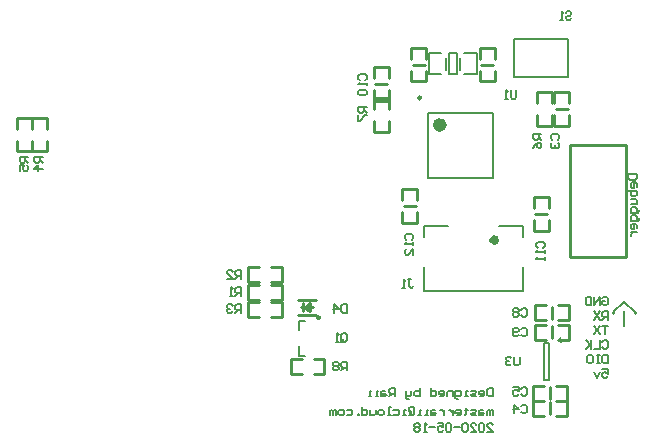
<source format=gbo>
G04*
G04 #@! TF.GenerationSoftware,Altium Limited,Altium Designer,18.1.9 (240)*
G04*
G04 Layer_Color=32896*
%FSLAX25Y25*%
%MOIN*%
G70*
G01*
G75*
%ADD10C,0.00984*%
%ADD11C,0.01000*%
%ADD12C,0.00787*%
%ADD13C,0.00600*%
%ADD14C,0.00591*%
%ADD73C,0.02362*%
%ADD74C,0.01968*%
%ADD75C,0.00500*%
D10*
X459744Y271457D02*
G03*
X459744Y271457I-492J0D01*
G01*
X426032Y198248D02*
G03*
X426032Y198248I-492J0D01*
G01*
X506760Y190687D02*
G03*
X506760Y190687I-492J0D01*
G01*
D11*
X531000Y199800D02*
Y199902D01*
X523800Y199800D02*
Y199902D01*
X528000Y223160D02*
Y250719D01*
X509400Y223160D02*
Y250719D01*
Y218239D02*
X528000D01*
X509400Y255640D02*
X528000D01*
X509400Y250719D02*
Y255640D01*
X528000Y250719D02*
Y255640D01*
Y218239D02*
Y223160D01*
X509400Y218239D02*
Y223160D01*
X497300Y234800D02*
Y238400D01*
X502300D01*
Y234800D02*
Y238400D01*
Y227200D02*
Y230800D01*
X497300Y227200D02*
X502300D01*
X497300D02*
Y230800D01*
X497800Y232800D02*
X501800D01*
X453500Y237450D02*
Y241050D01*
X458500D01*
Y237450D02*
Y241050D01*
Y229850D02*
Y233450D01*
X453500Y229850D02*
X458500D01*
X453500D02*
Y233450D01*
X454000Y235450D02*
X458000D01*
X443900Y278065D02*
Y281665D01*
X448900D01*
Y278065D02*
Y281665D01*
Y270465D02*
Y274065D01*
X443900Y270465D02*
X448900D01*
X443900D02*
Y274065D01*
X444400Y276065D02*
X448400D01*
X416338Y179300D02*
X419938D01*
X416338D02*
Y184300D01*
X419938D01*
X423938D02*
X427538D01*
X423938Y179300D02*
X427538D01*
Y184300D01*
X419832Y201600D02*
X423769D01*
X419832D02*
X420520D01*
Y203076D01*
Y200419D02*
Y203076D01*
Y200419D02*
Y201600D01*
X422686Y200321D01*
Y202978D01*
X421013Y201600D02*
X422686Y202978D01*
X418847Y204061D02*
X424753D01*
X418847Y199139D02*
X424753D01*
X497217Y165528D02*
X500816D01*
X497217D02*
Y170528D01*
X500816D01*
X504816D02*
X508417D01*
Y165528D02*
Y170528D01*
X504816Y165528D02*
X508417D01*
X502816Y166028D02*
Y170028D01*
X497217Y170500D02*
X500816D01*
X497217D02*
Y175500D01*
X500816D01*
X504816D02*
X508417D01*
Y170500D02*
Y175500D01*
X504816Y170500D02*
X508417D01*
X502816Y171000D02*
Y175000D01*
X497784Y190728D02*
X501383D01*
X497784D02*
Y195728D01*
X501383D01*
X505383D02*
X508984D01*
Y190728D02*
Y195728D01*
X505383Y190728D02*
X508984D01*
X503383Y191228D02*
Y195228D01*
X497784Y197300D02*
X501383D01*
X497784D02*
Y202300D01*
X501383D01*
X505383D02*
X508984D01*
Y197300D02*
Y202300D01*
X505383Y197300D02*
X508984D01*
X503383Y197800D02*
Y201800D01*
X498226Y262026D02*
X503226D01*
X498226D02*
Y265626D01*
X503226Y262026D02*
Y265626D01*
Y269626D02*
Y273226D01*
X498226D02*
X503226D01*
X498226Y269626D02*
Y273226D01*
X457000Y282523D02*
X461000D01*
X461500Y284523D02*
Y288123D01*
X456500D02*
X461500D01*
X456500Y284523D02*
Y288123D01*
Y276923D02*
Y280523D01*
Y276923D02*
X461500D01*
Y280523D01*
X413367Y198500D02*
Y203500D01*
X409767Y198500D02*
X413367D01*
X409767Y203500D02*
X413367D01*
X402167D02*
X405767D01*
X402167Y198500D02*
Y203500D01*
Y198500D02*
X405767D01*
X413367Y209900D02*
Y214900D01*
X409767Y209900D02*
X413367D01*
X409767Y214900D02*
X413367D01*
X402167D02*
X405767D01*
X402167Y209900D02*
Y214900D01*
Y209900D02*
X405767D01*
X413367Y204200D02*
Y209200D01*
X409767Y204200D02*
X413367D01*
X409767Y209200D02*
X413367D01*
X402167D02*
X405767D01*
X402167Y204200D02*
Y209200D01*
Y204200D02*
X405767D01*
X325100Y253600D02*
X330100D01*
X325100D02*
Y257200D01*
X330100Y253600D02*
Y257200D01*
Y261200D02*
Y264800D01*
X325100D02*
X330100D01*
X325100Y261200D02*
Y264800D01*
X443900Y271400D02*
X448900D01*
Y267800D02*
Y271400D01*
X443900Y267800D02*
Y271400D01*
Y260200D02*
Y263800D01*
Y260200D02*
X448900D01*
Y263800D01*
X479800Y282523D02*
X483800D01*
X484300Y284523D02*
Y288123D01*
X479300D02*
X484300D01*
X479300Y284523D02*
Y288123D01*
Y276923D02*
Y280523D01*
Y276923D02*
X484300D01*
Y280523D01*
X504650Y267626D02*
X508650D01*
X504150Y262026D02*
Y265626D01*
Y262026D02*
X509150D01*
Y265626D01*
Y269626D02*
Y273226D01*
X504150D02*
X509150D01*
X504150Y269626D02*
Y273226D01*
X329900Y253600D02*
X334900D01*
X329900D02*
Y257200D01*
X334900Y253600D02*
Y257200D01*
Y261200D02*
Y264800D01*
X329900D02*
X334900D01*
X329900Y261200D02*
Y264800D01*
D12*
X483661Y244685D02*
Y266339D01*
X462008Y244685D02*
Y266339D01*
Y244685D02*
X483661D01*
X462008Y266339D02*
X483661D01*
X460728Y228579D02*
X468728D01*
X460728Y225079D02*
Y228579D01*
Y207079D02*
Y215079D01*
Y207079D02*
X493602D01*
Y215079D01*
X485602Y228579D02*
X493602D01*
Y225079D02*
Y228579D01*
X419142Y197165D02*
X421111D01*
X419142Y193917D02*
Y197165D01*
Y185354D02*
X421111D01*
X419142D02*
Y188602D01*
X500559Y177498D02*
Y189702D01*
X502528Y177498D02*
Y189702D01*
X500559Y177498D02*
X502528D01*
X500559Y189702D02*
X502528D01*
D13*
X527400Y203502D02*
X531000Y199902D01*
X523800D02*
X527400Y203502D01*
Y195228D02*
Y200400D01*
D14*
X483609Y165591D02*
Y167427D01*
X483150D01*
X482691Y166968D01*
Y165591D01*
Y166968D01*
X482232Y167427D01*
X481773Y166968D01*
Y165591D01*
X480395Y167427D02*
X479477D01*
X479018Y166968D01*
Y165591D01*
X480395D01*
X480854Y166050D01*
X480395Y166509D01*
X479018D01*
X478099Y165591D02*
X476722D01*
X476263Y166050D01*
X476722Y166509D01*
X477640D01*
X478099Y166968D01*
X477640Y167427D01*
X476263D01*
X474885Y167886D02*
Y167427D01*
X475344D01*
X474426D01*
X474885D01*
Y166050D01*
X474426Y165591D01*
X471671D02*
X472589D01*
X473048Y166050D01*
Y166968D01*
X472589Y167427D01*
X471671D01*
X471212Y166968D01*
Y166509D01*
X473048D01*
X470294Y167427D02*
Y165591D01*
Y166509D01*
X469834Y166968D01*
X469375Y167427D01*
X468916D01*
X467538D02*
Y165591D01*
Y166509D01*
X467079Y166968D01*
X466620Y167427D01*
X466161D01*
X464324D02*
X463406D01*
X462947Y166968D01*
Y165591D01*
X464324D01*
X464783Y166050D01*
X464324Y166509D01*
X462947D01*
X462029Y165591D02*
X461110D01*
X461569D01*
Y167427D01*
X462029D01*
X459733Y165591D02*
X458814D01*
X459273D01*
Y167427D01*
X459733D01*
X456059Y166509D02*
Y166968D01*
X456518D01*
Y166509D01*
X456059D01*
X455600Y166968D01*
Y167886D01*
X456059Y168346D01*
X456978D01*
X457437Y167886D01*
Y166050D01*
X456978Y165591D01*
X455600D01*
X454682D02*
X453763D01*
X454223D01*
Y167427D01*
X454682D01*
X450549D02*
X451927D01*
X452386Y166968D01*
Y166050D01*
X451927Y165591D01*
X450549D01*
X449631D02*
X448712D01*
X449172D01*
Y168346D01*
X449631D01*
X446876Y165591D02*
X445958D01*
X445498Y166050D01*
Y166968D01*
X445958Y167427D01*
X446876D01*
X447335Y166968D01*
Y166050D01*
X446876Y165591D01*
X444580Y167427D02*
Y166050D01*
X444121Y165591D01*
X442743D01*
Y167427D01*
X439988Y168346D02*
Y165591D01*
X441366D01*
X441825Y166050D01*
Y166968D01*
X441366Y167427D01*
X439988D01*
X439070Y165591D02*
Y166050D01*
X438611D01*
Y165591D01*
X439070D01*
X434937Y167427D02*
X436315D01*
X436774Y166968D01*
Y166050D01*
X436315Y165591D01*
X434937D01*
X433560D02*
X432642D01*
X432182Y166050D01*
Y166968D01*
X432642Y167427D01*
X433560D01*
X434019Y166968D01*
Y166050D01*
X433560Y165591D01*
X431264D02*
Y167427D01*
X430805D01*
X430346Y166968D01*
Y165591D01*
Y166968D01*
X429887Y167427D01*
X429427Y166968D01*
Y165591D01*
X520173Y204589D02*
X520632Y205048D01*
X521550D01*
X522010Y204589D01*
Y202752D01*
X521550Y202293D01*
X520632D01*
X520173Y202752D01*
Y203670D01*
X521091D01*
X519254Y202293D02*
Y205048D01*
X517418Y202293D01*
Y205048D01*
X516499D02*
Y202293D01*
X515122D01*
X514663Y202752D01*
Y204589D01*
X515122Y205048D01*
X516499D01*
X520173Y190111D02*
X520632Y190570D01*
X521550D01*
X522010Y190111D01*
Y188275D01*
X521550Y187815D01*
X520632D01*
X520173Y188275D01*
X519254Y190570D02*
Y187815D01*
X517418D01*
X516499Y190570D02*
Y187815D01*
Y188734D01*
X514663Y190570D01*
X516040Y189193D01*
X514663Y187815D01*
X522010Y195396D02*
X520173D01*
X521091D01*
Y192641D01*
X519254Y195396D02*
X517418Y192641D01*
Y195396D02*
X519254Y192641D01*
X520173Y180919D02*
X522010D01*
Y179541D01*
X521091Y180000D01*
X520632D01*
X520173Y179541D01*
Y178623D01*
X520632Y178164D01*
X521550D01*
X522010Y178623D01*
X519254Y180000D02*
X518336Y178164D01*
X517418Y180000D01*
X522010Y197467D02*
Y200222D01*
X520632D01*
X520173Y199763D01*
Y198845D01*
X520632Y198385D01*
X522010D01*
X521091D02*
X520173Y197467D01*
X519254Y200222D02*
X517418Y197467D01*
Y200222D02*
X519254Y197467D01*
X522010Y185745D02*
Y182990D01*
X520632D01*
X520173Y183449D01*
Y185285D01*
X520632Y185745D01*
X522010D01*
X519254D02*
X518336D01*
X518795D01*
Y182990D01*
X519254D01*
X518336D01*
X515581Y185745D02*
X516499D01*
X516959Y185285D01*
Y183449D01*
X516499Y182990D01*
X515581D01*
X515122Y183449D01*
Y185285D01*
X515581Y185745D01*
X483609Y174664D02*
Y171909D01*
X482232D01*
X481773Y172368D01*
Y174205D01*
X482232Y174664D01*
X483609D01*
X479477Y171909D02*
X480395D01*
X480854Y172368D01*
Y173286D01*
X480395Y173746D01*
X479477D01*
X479018Y173286D01*
Y172827D01*
X480854D01*
X478099Y171909D02*
X476722D01*
X476263Y172368D01*
X476722Y172827D01*
X477640D01*
X478099Y173286D01*
X477640Y173746D01*
X476263D01*
X475344Y171909D02*
X474426D01*
X474885D01*
Y173746D01*
X475344D01*
X472130Y170991D02*
X471671D01*
X471212Y171450D01*
Y173746D01*
X472589D01*
X473048Y173286D01*
Y172368D01*
X472589Y171909D01*
X471212D01*
X470294D02*
Y173746D01*
X468916D01*
X468457Y173286D01*
Y171909D01*
X466161D02*
X467079D01*
X467538Y172368D01*
Y173286D01*
X467079Y173746D01*
X466161D01*
X465702Y173286D01*
Y172827D01*
X467538D01*
X462947Y174664D02*
Y171909D01*
X464324D01*
X464783Y172368D01*
Y173286D01*
X464324Y173746D01*
X462947D01*
X459273Y174664D02*
Y171909D01*
X457896D01*
X457437Y172368D01*
Y172827D01*
Y173286D01*
X457896Y173746D01*
X459273D01*
X456518D02*
Y172368D01*
X456059Y171909D01*
X454682D01*
Y171450D01*
X455141Y170991D01*
X455600D01*
X454682Y171909D02*
Y173746D01*
X451008Y171909D02*
Y174664D01*
X449631D01*
X449172Y174205D01*
Y173286D01*
X449631Y172827D01*
X451008D01*
X450090D02*
X449172Y171909D01*
X447794Y173746D02*
X446876D01*
X446417Y173286D01*
Y171909D01*
X447794D01*
X448253Y172368D01*
X447794Y172827D01*
X446417D01*
X445498Y171909D02*
X444580D01*
X445039D01*
Y173746D01*
X445498D01*
X443202Y171909D02*
X442284D01*
X442743D01*
Y173746D01*
X443202D01*
X481773Y160190D02*
X483609D01*
X481773Y162027D01*
Y162486D01*
X482232Y162946D01*
X483150D01*
X483609Y162486D01*
X480854D02*
X480395Y162946D01*
X479477D01*
X479018Y162486D01*
Y160650D01*
X479477Y160190D01*
X480395D01*
X480854Y160650D01*
Y162486D01*
X476263Y160190D02*
X478099D01*
X476263Y162027D01*
Y162486D01*
X476722Y162946D01*
X477640D01*
X478099Y162486D01*
X475344D02*
X474885Y162946D01*
X473967D01*
X473508Y162486D01*
Y160650D01*
X473967Y160190D01*
X474885D01*
X475344Y160650D01*
Y162486D01*
X472589Y161568D02*
X470753D01*
X469834Y162486D02*
X469375Y162946D01*
X468457D01*
X467998Y162486D01*
Y160650D01*
X468457Y160190D01*
X469375D01*
X469834Y160650D01*
Y162486D01*
X465243Y162946D02*
X467079D01*
Y161568D01*
X466161Y162027D01*
X465702D01*
X465243Y161568D01*
Y160650D01*
X465702Y160190D01*
X466620D01*
X467079Y160650D01*
X464324Y161568D02*
X462488D01*
X461569Y160190D02*
X460651D01*
X461110D01*
Y162946D01*
X461569Y162486D01*
X459273D02*
X458814Y162946D01*
X457896D01*
X457437Y162486D01*
Y162027D01*
X457896Y161568D01*
X457437Y161109D01*
Y160650D01*
X457896Y160190D01*
X458814D01*
X459273Y160650D01*
Y161109D01*
X458814Y161568D01*
X459273Y162027D01*
Y162486D01*
X458814Y161568D02*
X457896D01*
X528845Y246000D02*
X531600D01*
Y244622D01*
X531141Y244163D01*
X529304D01*
X528845Y244622D01*
Y246000D01*
X531600Y241867D02*
Y242786D01*
X531141Y243245D01*
X530223D01*
X529763Y242786D01*
Y241867D01*
X530223Y241408D01*
X530682D01*
Y243245D01*
X528845Y240490D02*
X531600D01*
Y239112D01*
X531141Y238653D01*
X530682D01*
X530223D01*
X529763Y239112D01*
Y240490D01*
Y237735D02*
X531141D01*
X531600Y237276D01*
Y235898D01*
X529763D01*
X532518Y234062D02*
Y233602D01*
X532059Y233143D01*
X529763D01*
Y234521D01*
X530223Y234980D01*
X531141D01*
X531600Y234521D01*
Y233143D01*
X532518Y231307D02*
Y230847D01*
X532059Y230388D01*
X529763D01*
Y231766D01*
X530223Y232225D01*
X531141D01*
X531600Y231766D01*
Y230388D01*
Y228092D02*
Y229011D01*
X531141Y229470D01*
X530223D01*
X529763Y229011D01*
Y228092D01*
X530223Y227633D01*
X530682D01*
Y229470D01*
X529763Y226715D02*
X531600D01*
X530682D01*
X530223Y226256D01*
X529763Y225797D01*
Y225337D01*
X491400Y273955D02*
Y271659D01*
X490941Y271200D01*
X490023D01*
X489563Y271659D01*
Y273955D01*
X488645Y271200D02*
X487727D01*
X488186D01*
Y273955D01*
X488645Y273496D01*
X455363Y210955D02*
X456282D01*
X455823D01*
Y208659D01*
X456282Y208200D01*
X456741D01*
X457200Y208659D01*
X454445Y208200D02*
X453527D01*
X453986D01*
Y210955D01*
X454445Y210496D01*
X498604Y221463D02*
X498145Y221922D01*
Y222841D01*
X498604Y223300D01*
X500441D01*
X500900Y222841D01*
Y221922D01*
X500441Y221463D01*
X500900Y220545D02*
Y219627D01*
Y220086D01*
X498145D01*
X498604Y220545D01*
X500900Y218249D02*
Y217331D01*
Y217790D01*
X498145D01*
X498604Y218249D01*
X454804Y224163D02*
X454345Y224623D01*
Y225541D01*
X454804Y226000D01*
X456641D01*
X457100Y225541D01*
Y224623D01*
X456641Y224163D01*
X457100Y223245D02*
Y222327D01*
Y222786D01*
X454345D01*
X454804Y223245D01*
X457100Y219112D02*
Y220949D01*
X455263Y219112D01*
X454804D01*
X454345Y219572D01*
Y220490D01*
X454804Y220949D01*
X439304Y277399D02*
X438845Y277859D01*
Y278777D01*
X439304Y279236D01*
X441141D01*
X441600Y278777D01*
Y277859D01*
X441141Y277399D01*
X441600Y276481D02*
Y275563D01*
Y276022D01*
X438845D01*
X439304Y276481D01*
Y274185D02*
X438845Y273726D01*
Y272808D01*
X439304Y272349D01*
X441141D01*
X441600Y272808D01*
Y273726D01*
X441141Y274185D01*
X439304D01*
X435000Y180600D02*
Y183355D01*
X433623D01*
X433163Y182896D01*
Y181977D01*
X433623Y181518D01*
X435000D01*
X434082D02*
X433163Y180600D01*
X432245Y182896D02*
X431786Y183355D01*
X430867D01*
X430408Y182896D01*
Y182437D01*
X430867Y181977D01*
X430408Y181518D01*
Y181059D01*
X430867Y180600D01*
X431786D01*
X432245Y181059D01*
Y181518D01*
X431786Y181977D01*
X432245Y182437D01*
Y182896D01*
X431786Y181977D02*
X430867D01*
X435000Y202555D02*
Y199800D01*
X433623D01*
X433163Y200259D01*
Y202096D01*
X433623Y202555D01*
X435000D01*
X430867Y199800D02*
Y202555D01*
X432245Y201178D01*
X430408D01*
X433163Y190659D02*
Y192496D01*
X433623Y192955D01*
X434541D01*
X435000Y192496D01*
Y190659D01*
X434541Y190200D01*
X433623D01*
X434082Y191118D02*
X433163Y190200D01*
X433623D02*
X433163Y190659D01*
X432245Y190200D02*
X431327D01*
X431786D01*
Y192955D01*
X432245Y192496D01*
X493163Y168696D02*
X493622Y169155D01*
X494541D01*
X495000Y168696D01*
Y166859D01*
X494541Y166400D01*
X493622D01*
X493163Y166859D01*
X490868Y166400D02*
Y169155D01*
X492245Y167778D01*
X490408D01*
X493163Y174496D02*
X493622Y174955D01*
X494541D01*
X495000Y174496D01*
Y172659D01*
X494541Y172200D01*
X493622D01*
X493163Y172659D01*
X490408Y174955D02*
X492245D01*
Y173577D01*
X491327Y174037D01*
X490868D01*
X490408Y173577D01*
Y172659D01*
X490868Y172200D01*
X491786D01*
X492245Y172659D01*
X492600Y185155D02*
Y182859D01*
X492141Y182400D01*
X491222D01*
X490763Y182859D01*
Y185155D01*
X489845Y184696D02*
X489386Y185155D01*
X488468D01*
X488008Y184696D01*
Y184237D01*
X488468Y183777D01*
X488927D01*
X488468D01*
X488008Y183318D01*
Y182859D01*
X488468Y182400D01*
X489386D01*
X489845Y182859D01*
X493163Y194296D02*
X493622Y194755D01*
X494541D01*
X495000Y194296D01*
Y192459D01*
X494541Y192000D01*
X493622D01*
X493163Y192459D01*
X492245D02*
X491786Y192000D01*
X490868D01*
X490408Y192459D01*
Y194296D01*
X490868Y194755D01*
X491786D01*
X492245Y194296D01*
Y193837D01*
X491786Y193377D01*
X490408D01*
X493163Y200796D02*
X493622Y201255D01*
X494541D01*
X495000Y200796D01*
Y198959D01*
X494541Y198500D01*
X493622D01*
X493163Y198959D01*
X492245Y200796D02*
X491786Y201255D01*
X490868D01*
X490408Y200796D01*
Y200337D01*
X490868Y199878D01*
X490408Y199418D01*
Y198959D01*
X490868Y198500D01*
X491786D01*
X492245Y198959D01*
Y199418D01*
X491786Y199878D01*
X492245Y200337D01*
Y200796D01*
X491786Y199878D02*
X490868D01*
X507969Y299765D02*
X508428Y300224D01*
X509346D01*
X509805Y299765D01*
Y299306D01*
X509346Y298847D01*
X508428D01*
X507969Y298388D01*
Y297929D01*
X508428Y297469D01*
X509346D01*
X509805Y297929D01*
X507051Y297469D02*
X506132D01*
X506591D01*
Y300224D01*
X507051Y299765D01*
X441600Y268300D02*
X438845D01*
Y266922D01*
X439304Y266463D01*
X440223D01*
X440682Y266922D01*
Y268300D01*
Y267382D02*
X441600Y266463D01*
X438845Y265545D02*
Y263708D01*
X439304D01*
X441141Y265545D01*
X441600D01*
X499884Y259291D02*
X497129D01*
Y257913D01*
X497588Y257454D01*
X498507D01*
X498966Y257913D01*
Y259291D01*
Y258372D02*
X499884Y257454D01*
X497129Y254699D02*
X497588Y255617D01*
X498507Y256536D01*
X499425D01*
X499884Y256076D01*
Y255158D01*
X499425Y254699D01*
X498966D01*
X498507Y255158D01*
Y256536D01*
X328809Y251691D02*
X326054D01*
Y250313D01*
X326513Y249854D01*
X327431D01*
X327890Y250313D01*
Y251691D01*
Y250772D02*
X328809Y249854D01*
X326054Y247099D02*
Y248936D01*
X327431D01*
X326972Y248017D01*
Y247558D01*
X327431Y247099D01*
X328349D01*
X328809Y247558D01*
Y248476D01*
X328349Y248936D01*
X333600Y251700D02*
X330845D01*
Y250323D01*
X331304Y249863D01*
X332223D01*
X332682Y250323D01*
Y251700D01*
Y250782D02*
X333600Y249863D01*
Y247568D02*
X330845D01*
X332223Y248945D01*
Y247108D01*
X399655Y199796D02*
Y202551D01*
X398277D01*
X397818Y202092D01*
Y201174D01*
X398277Y200714D01*
X399655D01*
X398737D02*
X397818Y199796D01*
X396900Y202092D02*
X396441Y202551D01*
X395522D01*
X395063Y202092D01*
Y201633D01*
X395522Y201174D01*
X395982D01*
X395522D01*
X395063Y200714D01*
Y200255D01*
X395522Y199796D01*
X396441D01*
X396900Y200255D01*
X399655Y211196D02*
Y213951D01*
X398277D01*
X397818Y213492D01*
Y212574D01*
X398277Y212114D01*
X399655D01*
X398737D02*
X397818Y211196D01*
X395063D02*
X396900D01*
X395063Y213033D01*
Y213492D01*
X395522Y213951D01*
X396441D01*
X396900Y213492D01*
X399655Y205496D02*
Y208251D01*
X398277D01*
X397818Y207792D01*
Y206874D01*
X398277Y206414D01*
X399655D01*
X398737D02*
X397818Y205496D01*
X396900D02*
X395982D01*
X396441D01*
Y208251D01*
X396900Y207792D01*
X503513Y257454D02*
X503054Y257913D01*
Y258831D01*
X503513Y259291D01*
X505349D01*
X505809Y258831D01*
Y257913D01*
X505349Y257454D01*
X503513Y256536D02*
X503054Y256076D01*
Y255158D01*
X503513Y254699D01*
X503972D01*
X504431Y255158D01*
Y255617D01*
Y255158D01*
X504890Y254699D01*
X505349D01*
X505809Y255158D01*
Y256076D01*
X505349Y256536D01*
D73*
X467126Y262402D02*
G03*
X467126Y262402I-1181J0D01*
G01*
D74*
X484762Y224016D02*
G03*
X484762Y224016I-707J0D01*
G01*
D75*
X468038Y280811D02*
Y284748D01*
X472762Y280811D02*
Y284748D01*
X469219Y279236D02*
X471581D01*
Y286323D01*
X469219D02*
X471581D01*
X469219Y279236D02*
Y286323D01*
X462526Y279236D02*
X466463D01*
X462526D02*
Y286323D01*
X466463D01*
X473943Y279236D02*
X478274D01*
Y286323D01*
X473943D02*
X478274D01*
X490745Y290981D02*
X508855D01*
X490745Y278383D02*
Y290981D01*
Y278383D02*
X508855D01*
Y290981D01*
M02*

</source>
